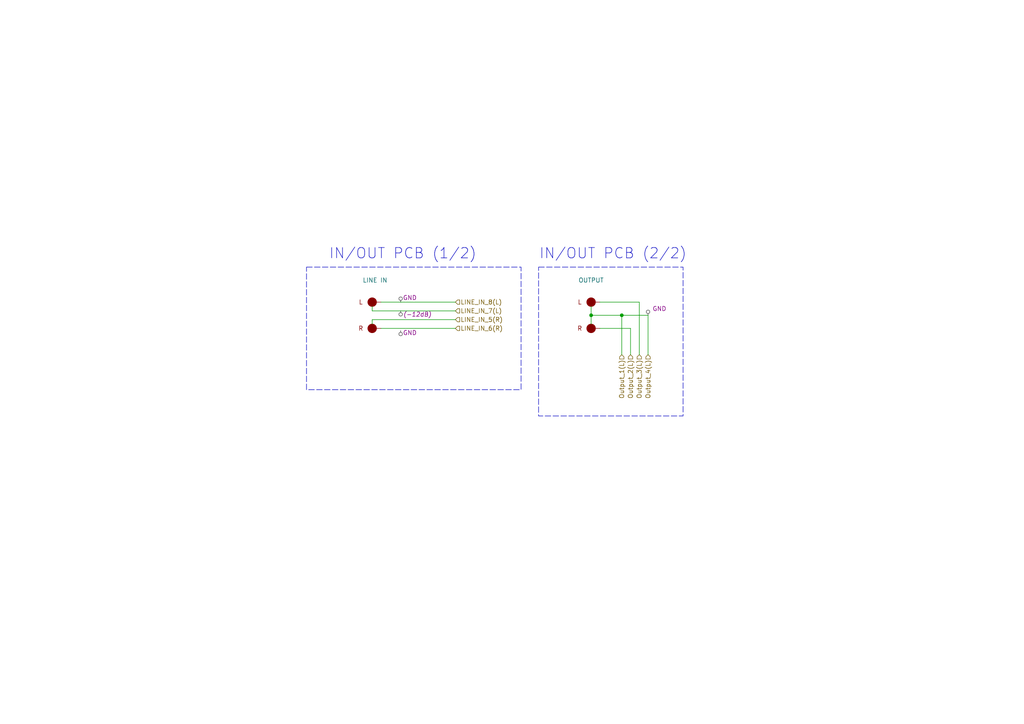
<source format=kicad_sch>
(kicad_sch (version 20250114) (generator "eeschema") (generator_version "9.0")
  (paper "A4")
  (lib_symbols
    (symbol "Output_1"
      (property "Reference" "D" (at -1.524 6.858 0))
      (symbol "Output_1_0_1"
        (circle (center 0 3.81) (radius 1.27))
        (circle (center 0 -3.81) (radius 1.27))
      )
      (symbol "Output_1_1_1"
        (circle (center 0 3.81) (radius 0.0001) (stroke (width 1.27)))
        (circle (center 0 -3.81) (radius 0.0001) (stroke (width 1.27)))
        (text "L" (at -3.302 3.81 0) (effects (font (size 1.27 1.27))))
        (text "R" (at -3.302 -3.81 0) (effects (font (size 1.27 1.27))))
        (pin passive line (at 0 2.54 90) (length 1.27) (name "") (number ""))
        (pin passive line (at 0 -2.54 270) (length 1.27) (name "") (number ""))
        (pin passive line (at 2.54 3.81 180) (length 1.27) (name "") (number ""))
        (pin passive line (at 2.54 -3.81 180) (length 1.27) (name "") (number ""))
      )
    )
    (symbol "_TEAC_X2000R:Output"
      (property "Reference" "D" (at -1.524 6.858 0))
      (symbol "Output_0_1"
        (circle (center 0 3.81) (radius 1.27))
        (circle (center 0 -3.81) (radius 1.27))
      )
      (symbol "Output_1_1"
        (circle (center 0 3.81) (radius 0.0001) (stroke (width 1.27)))
        (circle (center 0 -3.81) (radius 0.0001) (stroke (width 1.27)))
        (text "L" (at -3.302 3.81 0) (effects (font (size 1.27 1.27))))
        (text "R" (at -3.302 -3.81 0) (effects (font (size 1.27 1.27))))
        (pin passive line (at 0 2.54 90) (length 1.27) (name "") (number ""))
        (pin passive line (at 0 -2.54 270) (length 1.27) (name "") (number ""))
        (pin passive line (at 2.54 3.81 180) (length 1.27) (name "") (number ""))
        (pin passive line (at 2.54 -3.81 180) (length 1.27) (name "") (number ""))
      )
    )
  )
  (rectangle (start 88.9 77.47) (end 151.13 113.03) (stroke (width 0) (type dash)))
  (rectangle (start 156.21 77.47) (end 198.12 120.65) (stroke (width 0) (type dash)))
  (text "IN/OUT PCB (1/2)" (at 116.84 73.66 0) (effects (font (size 3 3))))
  (text "IN/OUT PCB (2/2)" (at 177.8 73.66 0) (effects (font (size 3 3))))
  (junction (at 180.34 91.44))
  (junction (at 171.45 91.44))
  (wire (pts (xy 171.45 91.44) (xy 180.34 91.44)))
  (wire (pts (xy 182.88 95.25) (xy 182.88 102.87)))
  (wire (pts (xy 171.45 88.9) (xy 171.45 91.44)))
  (wire (pts (xy 180.34 91.44) (xy 187.96 91.44)))
  (wire (pts (xy 180.34 91.44) (xy 180.34 102.87)))
  (wire (pts (xy 185.42 87.63) (xy 185.42 102.87)))
  (wire (pts (xy 107.95 93.98) (xy 107.95 92.71)))
  (wire (pts (xy 187.96 91.44) (xy 187.96 102.87)))
  (wire (pts (xy 110.49 95.25) (xy 132.08 95.25)))
  (wire (pts (xy 107.95 88.9) (xy 107.95 90.17)))
  (wire (pts (xy 107.95 92.71) (xy 132.08 92.71)))
  (wire (pts (xy 173.99 87.63) (xy 185.42 87.63)))
  (wire (pts (xy 107.95 90.17) (xy 132.08 90.17)))
  (wire (pts (xy 171.45 91.44) (xy 171.45 93.98)))
  (wire (pts (xy 110.49 87.63) (xy 132.08 87.63)))
  (wire (pts (xy 173.99 95.25) (xy 182.88 95.25)))
  (hierarchical_label "Output_1(L)" (shape input) (at 180.34 102.87 270))
  (hierarchical_label "Output_3(L)" (shape input) (at 185.42 102.87 270))
  (hierarchical_label "Output_4(L)" (shape input) (at 187.96 102.87 270))
  (hierarchical_label "Output_2(L)" (shape input) (at 182.88 102.87 270))
  (hierarchical_label "LINE_IN_8(L)" (shape input) (at 132.08 87.63 0))
  (hierarchical_label "LINE_IN_6(R)" (shape input) (at 132.08 95.25 0))
  (hierarchical_label "LINE_IN_5(R)" (shape input) (at 132.08 92.71 0))
  (hierarchical_label "LINE_IN_7(L)" (shape input) (at 132.08 90.17 0))
  (netclass_flag "" (length 1) (shape round) (at 116.205 95.885 180) (property "Netclass" "GND" (at 116.84 96.52 0) (effects (justify left))))
  (netclass_flag "" (length 1) (shape round) (at 187.96 91.44 0) (property "Netclass" "GND" (at 189.23 89.535 0) (effects (justify left))))
  (netclass_flag "" (length 1) (shape round) (at 116.205 90.17 180) (property "Component Class" "(-12dB)" (at 116.9035 91.17 0) (effects (font (italic yes)) (justify left))))
  (netclass_flag "" (length 1) (shape round) (at 116.205 87.63 0) (property "Netclass" "GND" (at 116.84 86.36 0) (effects (justify left))))
  (symbol (lib_id "_TEAC_X2000R:Output") (at 171.45 91.44 0) (unit 1)
    (property "Reference" "D13" (effects (hide yes)))
    (property "Value" "OUTPUT" (at 171.45 81.28 0))
  )
  (symbol (lib_name "Output_1") (lib_id "_TEAC_X2000R:Output") (at 107.95 91.44 0) (unit 1)
    (property "Reference" "D14" (effects (hide yes)))
    (property "Value" "LINE IN" (at 112.395 81.28 0) (effects (justify right)))
  )
)
</source>
